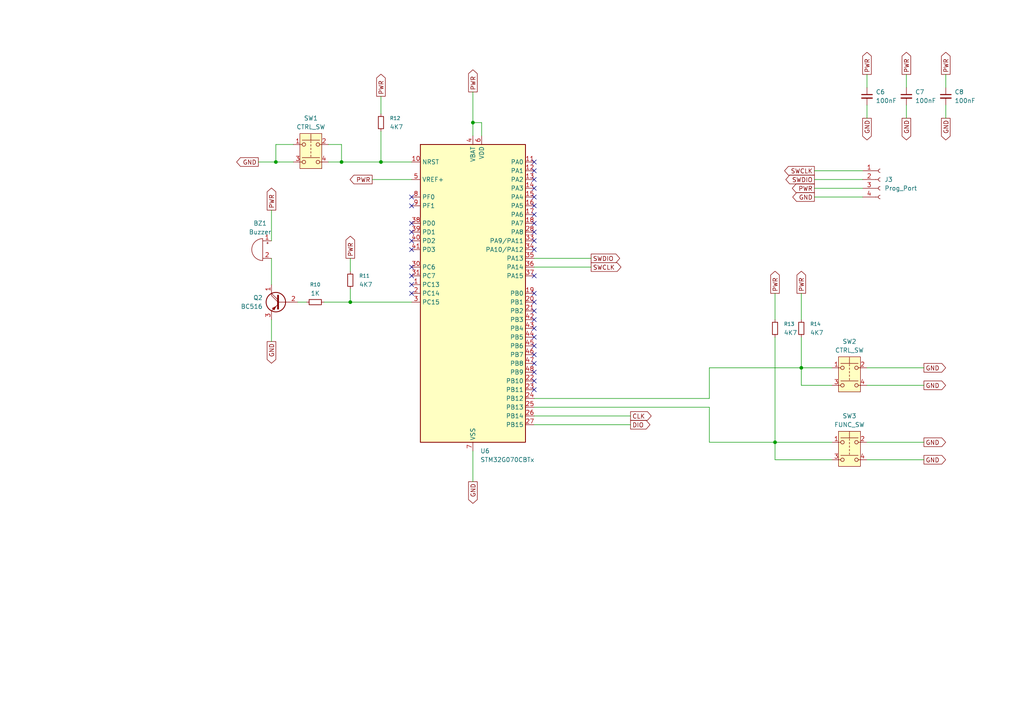
<source format=kicad_sch>
(kicad_sch (version 20250114) (generator "eeschema") (generator_version "9.0")
  (paper "A4")
  (lib_symbols
    (symbol "Connector:Conn_01x04_Socket" (pin_names (offset 1.016) (hide yes))
      (property "Reference" "J" (at 0 5.08 0))
      (property "Value" "Conn_01x04_Socket" (at 0 -7.62 0))
      (symbol "Conn_01x04_Socket_1_1"
        (polyline (pts (xy -1.27 2.54) (xy -0.508 2.54)) (stroke (width 0.1524)))
        (polyline (pts (xy -1.27 0) (xy -0.508 0)) (stroke (width 0.1524)))
        (polyline (pts (xy -1.27 -2.54) (xy -0.508 -2.54)) (stroke (width 0.1524)))
        (polyline (pts (xy -1.27 -5.08) (xy -0.508 -5.08)) (stroke (width 0.1524)))
        (arc (start 0 2.032) (mid -0.5058 2.54) (end 0 3.048) (stroke (width 0.1524)))
        (arc (start 0 -0.508) (mid -0.5058 0) (end 0 0.508) (stroke (width 0.1524)))
        (arc (start 0 -3.048) (mid -0.5058 -2.54) (end 0 -2.032) (stroke (width 0.1524)))
        (arc (start 0 -5.588) (mid -0.5058 -5.08) (end 0 -4.572) (stroke (width 0.1524)))
        (pin passive line (at -5.08 2.54 0) (length 3.81) (name "Pin_1") (number "1"))
        (pin passive line (at -5.08 0 0) (length 3.81) (name "Pin_2") (number "2"))
        (pin passive line (at -5.08 -2.54 0) (length 3.81) (name "Pin_3") (number "3"))
        (pin passive line (at -5.08 -5.08 0) (length 3.81) (name "Pin_4") (number "4"))
      )
    )
    (symbol "Device:Buzzer" (pin_names (offset 0.0254) (hide yes))
      (property "Reference" "BZ" (at 3.81 1.27 0))
      (property "Value" "Buzzer" (at 3.81 -1.27 0))
      (symbol "Buzzer_0_1"
        (polyline (pts (xy -1.651 1.905) (xy -1.143 1.905)))
        (polyline (pts (xy -1.397 2.159) (xy -1.397 1.651)))
        (arc (start 0 3.175) (mid 3.1612 0) (end 0 -3.175))
        (polyline (pts (xy 0 3.175) (xy 0 -3.175)))
      )
      (symbol "Buzzer_1_1"
        (pin passive line (at -2.54 2.54 0) (length 2.54) (name "+") (number "1"))
        (pin passive line (at -2.54 -2.54 0) (length 2.54) (name "-") (number "2"))
      )
    )
    (symbol "Device:C_Small" (pin_numbers (hide yes)) (pin_names (offset 0.254) (hide yes))
      (property "Reference" "C" (at 0.254 1.778 0))
      (property "Value" "C_Small" (at 0.254 -2.032 0))
      (symbol "C_Small_0_1"
        (polyline (pts (xy -1.524 0.508) (xy 1.524 0.508)) (stroke (width 0.3048)))
        (polyline (pts (xy -1.524 -0.508) (xy 1.524 -0.508)) (stroke (width 0.3302)))
      )
      (symbol "C_Small_1_1"
        (pin passive line (at 0 2.54 270) (length 2.032) (name "~") (number "1"))
        (pin passive line (at 0 -2.54 90) (length 2.032) (name "~") (number "2"))
      )
    )
    (symbol "Device:R_Small" (pin_numbers (hide yes)) (pin_names (offset 0.254) (hide yes))
      (property "Reference" "R" (at 0 0 90))
      (property "Value" "R_Small" (at 1.778 0 90))
      (symbol "R_Small_0_1"
        (rectangle (start -0.762 1.778) (end 0.762 -1.778) (stroke (width 0.2032)))
      )
      (symbol "R_Small_1_1"
        (pin passive line (at 0 2.54 270) (length 0.762) (name "~") (number "1"))
        (pin passive line (at 0 -2.54 90) (length 0.762) (name "~") (number "2"))
      )
    )
    (symbol "MCU_ST_STM32G0:STM32G070CBTx"
      (property "Reference" "U" (at -15.24 44.45 0))
      (property "Value" "STM32G070CBTx" (at 5.08 44.45 0))
      (symbol "STM32G070CBTx_0_1"
        (rectangle (start -15.24 -43.18) (end 15.24 43.18) (stroke (width 0.254)) (fill (type background)))
      )
      (symbol "STM32G070CBTx_1_1"
        (pin input line (at -17.78 38.1 0) (length 2.54) (name "NRST") (number "10"))
        (pin input line (at -17.78 33.02 0) (length 2.54) (name "VREF+") (number "5"))
        (pin bidirectional line (at -17.78 27.94 0) (length 2.54) (name "PF0") (number "8"))
        (pin bidirectional line (at -17.78 25.4 0) (length 2.54) (name "PF1") (number "9"))
        (pin bidirectional line (at -17.78 20.32 0) (length 2.54) (name "PD0") (number "38"))
        (pin bidirectional line (at -17.78 17.78 0) (length 2.54) (name "PD1") (number "39"))
        (pin bidirectional line (at -17.78 15.24 0) (length 2.54) (name "PD2") (number "40"))
        (pin bidirectional line (at -17.78 12.7 0) (length 2.54) (name "PD3") (number "41"))
        (pin bidirectional line (at -17.78 7.62 0) (length 2.54) (name "PC6") (number "30"))
        (pin bidirectional line (at -17.78 5.08 0) (length 2.54) (name "PC7") (number "31"))
        (pin bidirectional line (at -17.78 2.54 0) (length 2.54) (name "PC13") (number "1"))
        (pin bidirectional line (at -17.78 0 0) (length 2.54) (name "PC14") (number "2"))
        (pin bidirectional line (at -17.78 -2.54 0) (length 2.54) (name "PC15") (number "3"))
        (pin no_connect line (at -15.24 -40.64 0) (length 2.54) (hide yes) (name "NC/PA10") (number "32"))
        (pin no_connect line (at -15.24 -43.18 0) (length 2.54) (hide yes) (name "NC/PA9") (number "29"))
        (pin power_in line (at 0 45.72 270) (length 2.54) (name "VBAT") (number "4"))
        (pin power_in line (at 0 -45.72 90) (length 2.54) (name "VSS") (number "7"))
        (pin power_in line (at 2.54 45.72 270) (length 2.54) (name "VDD") (number "6"))
        (pin bidirectional line (at 17.78 38.1 180) (length 2.54) (name "PA0") (number "11"))
        (pin bidirectional line (at 17.78 35.56 180) (length 2.54) (name "PA1") (number "12"))
        (pin bidirectional line (at 17.78 33.02 180) (length 2.54) (name "PA2") (number "13"))
        (pin bidirectional line (at 17.78 30.48 180) (length 2.54) (name "PA3") (number "14"))
        (pin bidirectional line (at 17.78 27.94 180) (length 2.54) (name "PA4") (number "15"))
        (pin bidirectional line (at 17.78 25.4 180) (length 2.54) (name "PA5") (number "16"))
        (pin bidirectional line (at 17.78 22.86 180) (length 2.54) (name "PA6") (number "17"))
        (pin bidirectional line (at 17.78 20.32 180) (length 2.54) (name "PA7") (number "18"))
        (pin bidirectional line (at 17.78 17.78 180) (length 2.54) (name "PA8") (number "28"))
        (pin bidirectional line (at 17.78 15.24 180) (length 2.54) (name "PA9/PA11") (number "33"))
        (pin bidirectional line (at 17.78 12.7 180) (length 2.54) (name "PA10/PA12") (number "34"))
        (pin bidirectional line (at 17.78 10.16 180) (length 2.54) (name "PA13") (number "35"))
        (pin bidirectional line (at 17.78 7.62 180) (length 2.54) (name "PA14") (number "36"))
        (pin bidirectional line (at 17.78 5.08 180) (length 2.54) (name "PA15") (number "37"))
        (pin bidirectional line (at 17.78 0 180) (length 2.54) (name "PB0") (number "19"))
        (pin bidirectional line (at 17.78 -2.54 180) (length 2.54) (name "PB1") (number "20"))
        (pin bidirectional line (at 17.78 -5.08 180) (length 2.54) (name "PB2") (number "21"))
        (pin bidirectional line (at 17.78 -7.62 180) (length 2.54) (name "PB3") (number "42"))
        (pin bidirectional line (at 17.78 -10.16 180) (length 2.54) (name "PB4") (number "43"))
        (pin bidirectional line (at 17.78 -12.7 180) (length 2.54) (name "PB5") (number "44"))
        (pin bidirectional line (at 17.78 -15.24 180) (length 2.54) (name "PB6") (number "45"))
        (pin bidirectional line (at 17.78 -17.78 180) (length 2.54) (name "PB7") (number "46"))
        (pin bidirectional line (at 17.78 -20.32 180) (length 2.54) (name "PB8") (number "47"))
        (pin bidirectional line (at 17.78 -22.86 180) (length 2.54) (name "PB9") (number "48"))
        (pin bidirectional line (at 17.78 -25.4 180) (length 2.54) (name "PB10") (number "22"))
        (pin bidirectional line (at 17.78 -27.94 180) (length 2.54) (name "PB11") (number "23"))
        (pin bidirectional line (at 17.78 -30.48 180) (length 2.54) (name "PB12") (number "24"))
        (pin bidirectional line (at 17.78 -33.02 180) (length 2.54) (name "PB13") (number "25"))
        (pin bidirectional line (at 17.78 -35.56 180) (length 2.54) (name "PB14") (number "26"))
        (pin bidirectional line (at 17.78 -38.1 180) (length 2.54) (name "PB15") (number "27"))
      )
    )
    (symbol "Switch:SW_Push_Dual" (pin_names (offset 1.016) (hide yes))
      (property "Reference" "SW" (at 0 7.62 0))
      (property "Value" "SW_Push_Dual" (at 0 -6.35 0))
      (symbol "SW_Push_Dual_0_1"
        (circle (center -2.032 2.54) (radius 0.508))
        (circle (center -2.032 -2.54) (radius 0.508))
        (polyline (pts (xy 0 3.81) (xy 0 5.588)))
        (polyline (pts (xy 0 3.048) (xy 0 3.556)))
        (polyline (pts (xy 0 2.032) (xy 0 2.54)))
        (polyline (pts (xy 0 1.016) (xy 0 1.524)))
        (polyline (pts (xy 0 0.508) (xy 0 0)))
        (polyline (pts (xy 0 -0.508) (xy 0 -1.016)))
        (circle (center 2.032 2.54) (radius 0.508))
        (circle (center 2.032 -2.54) (radius 0.508))
        (polyline (pts (xy 2.54 3.81) (xy -2.54 3.81)))
        (polyline (pts (xy 2.54 -1.27) (xy -2.54 -1.27)))
        (pin passive line (at -5.08 2.54 0) (length 2.54) (name "1") (number "1"))
        (pin passive line (at -5.08 -2.54 0) (length 2.54) (name "3") (number "3"))
        (pin passive line (at 5.08 2.54 180) (length 2.54) (name "2") (number "2"))
        (pin passive line (at 5.08 -2.54 180) (length 2.54) (name "4") (number "4"))
      )
      (symbol "SW_Push_Dual_1_1"
        (rectangle (start -3.175 5.715) (end 3.175 -4.445) (fill (type background)))
      )
    )
    (symbol "Transistor_BJT:BC516" (pin_names (offset 0) (hide yes))
      (property "Reference" "Q" (at 5.08 1.905 0))
      (property "Value" "BC516" (at 5.08 0 0))
      (symbol "BC516_0_1"
        (polyline (pts (xy -2.54 0) (xy 0.635 0)))
        (polyline (pts (xy 0.635 1.905) (xy 0.635 -1.905)) (stroke (width 0.508)))
        (polyline (pts (xy 0.635 0.635) (xy 2.54 2.54)))
        (polyline (pts (xy 0.635 0) (xy 2.54 1.905) (xy 2.54 2.54)))
        (polyline (pts (xy 0.635 -0.635) (xy 2.54 -2.54)))
        (circle (center 1.27 0) (radius 2.8194) (stroke (width 0.254)))
        (polyline (pts (xy 2.286 -1.778) (xy 1.778 -2.286) (xy 1.27 -1.27) (xy 2.286 -1.778)) (fill (type outline)))
      )
      (symbol "BC516_1_1"
        (pin input line (at -5.08 0 0) (length 2.54) (name "B") (number "2"))
        (pin passive line (at 2.54 5.08 270) (length 2.54) (name "C") (number "1"))
        (pin passive line (at 2.54 -5.08 90) (length 2.54) (name "E") (number "3"))
      )
    )
  )
  (junction (at 99.06 46.99))
  (junction (at 101.6 87.63))
  (junction (at 80.01 46.99))
  (junction (at 137.16 35.56))
  (junction (at 110.49 46.99))
  (junction (at 224.79 128.27))
  (junction (at 232.41 106.68))
  (no_connect (at 154.94 85.09))
  (no_connect (at 154.94 52.07))
  (no_connect (at 154.94 97.79))
  (no_connect (at 154.94 87.63))
  (no_connect (at 119.38 69.85))
  (no_connect (at 154.94 105.41))
  (no_connect (at 119.38 57.15))
  (no_connect (at 154.94 80.01))
  (no_connect (at 154.94 72.39))
  (no_connect (at 154.94 107.95))
  (no_connect (at 154.94 62.23))
  (no_connect (at 119.38 72.39))
  (no_connect (at 154.94 69.85))
  (no_connect (at 154.94 59.69))
  (no_connect (at 154.94 90.17))
  (no_connect (at 154.94 46.99))
  (no_connect (at 119.38 59.69))
  (no_connect (at 154.94 67.31))
  (no_connect (at 119.38 67.31))
  (no_connect (at 154.94 95.25))
  (no_connect (at 154.94 110.49))
  (no_connect (at 154.94 64.77))
  (no_connect (at 119.38 77.47))
  (no_connect (at 154.94 49.53))
  (no_connect (at 154.94 57.15))
  (no_connect (at 119.38 85.09))
  (no_connect (at 154.94 92.71))
  (no_connect (at 154.94 102.87))
  (no_connect (at 154.94 100.33))
  (no_connect (at 119.38 82.55))
  (no_connect (at 154.94 54.61))
  (no_connect (at 119.38 80.01))
  (no_connect (at 154.94 113.03))
  (no_connect (at 119.38 64.77))
  (wire (pts (xy 74.93 46.99) (xy 80.01 46.99)))
  (wire (pts (xy 262.89 21.59) (xy 262.89 25.4)))
  (wire (pts (xy 78.74 74.93) (xy 78.74 82.55)))
  (wire (pts (xy 119.38 87.63) (xy 101.6 87.63)))
  (wire (pts (xy 251.46 133.35) (xy 267.97 133.35)))
  (wire (pts (xy 78.74 60.96) (xy 78.74 69.85)))
  (wire (pts (xy 110.49 27.94) (xy 110.49 33.02)))
  (wire (pts (xy 274.32 21.59) (xy 274.32 25.4)))
  (wire (pts (xy 154.94 120.65) (xy 182.88 120.65)))
  (wire (pts (xy 224.79 85.09) (xy 224.79 92.71)))
  (wire (pts (xy 93.98 87.63) (xy 101.6 87.63)))
  (wire (pts (xy 154.94 118.11) (xy 205.74 118.11)))
  (wire (pts (xy 154.94 123.19) (xy 182.88 123.19)))
  (wire (pts (xy 80.01 41.91) (xy 80.01 46.99)))
  (wire (pts (xy 236.22 49.53) (xy 250.19 49.53)))
  (wire (pts (xy 251.46 30.48) (xy 251.46 34.29)))
  (wire (pts (xy 232.41 111.76) (xy 232.41 106.68)))
  (wire (pts (xy 110.49 46.99) (xy 119.38 46.99)))
  (wire (pts (xy 78.74 92.71) (xy 78.74 99.06)))
  (wire (pts (xy 101.6 74.93) (xy 101.6 78.74)))
  (wire (pts (xy 137.16 35.56) (xy 137.16 39.37)))
  (wire (pts (xy 236.22 57.15) (xy 250.19 57.15)))
  (wire (pts (xy 205.74 118.11) (xy 205.74 128.27)))
  (wire (pts (xy 232.41 85.09) (xy 232.41 92.71)))
  (wire (pts (xy 205.74 128.27) (xy 224.79 128.27)))
  (wire (pts (xy 139.7 35.56) (xy 137.16 35.56)))
  (wire (pts (xy 236.22 54.61) (xy 250.19 54.61)))
  (wire (pts (xy 241.3 133.35) (xy 224.79 133.35)))
  (wire (pts (xy 205.74 115.57) (xy 205.74 106.68)))
  (wire (pts (xy 224.79 133.35) (xy 224.79 128.27)))
  (wire (pts (xy 154.94 74.93) (xy 171.45 74.93)))
  (wire (pts (xy 99.06 41.91) (xy 99.06 46.99)))
  (wire (pts (xy 251.46 128.27) (xy 267.97 128.27)))
  (wire (pts (xy 224.79 97.79) (xy 224.79 128.27)))
  (wire (pts (xy 236.22 52.07) (xy 250.19 52.07)))
  (wire (pts (xy 107.95 52.07) (xy 119.38 52.07)))
  (wire (pts (xy 137.16 26.67) (xy 137.16 35.56)))
  (wire (pts (xy 241.3 106.68) (xy 232.41 106.68)))
  (wire (pts (xy 205.74 106.68) (xy 232.41 106.68)))
  (wire (pts (xy 251.46 111.76) (xy 267.97 111.76)))
  (wire (pts (xy 154.94 115.57) (xy 205.74 115.57)))
  (wire (pts (xy 95.25 46.99) (xy 99.06 46.99)))
  (wire (pts (xy 95.25 41.91) (xy 99.06 41.91)))
  (wire (pts (xy 241.3 111.76) (xy 232.41 111.76)))
  (wire (pts (xy 99.06 46.99) (xy 110.49 46.99)))
  (wire (pts (xy 80.01 46.99) (xy 85.09 46.99)))
  (wire (pts (xy 274.32 30.48) (xy 274.32 34.29)))
  (wire (pts (xy 139.7 39.37) (xy 139.7 35.56)))
  (wire (pts (xy 110.49 38.1) (xy 110.49 46.99)))
  (wire (pts (xy 101.6 87.63) (xy 101.6 83.82)))
  (wire (pts (xy 251.46 106.68) (xy 267.97 106.68)))
  (wire (pts (xy 86.36 87.63) (xy 88.9 87.63)))
  (wire (pts (xy 232.41 106.68) (xy 232.41 97.79)))
  (wire (pts (xy 137.16 130.81) (xy 137.16 139.7)))
  (wire (pts (xy 154.94 77.47) (xy 171.45 77.47)))
  (wire (pts (xy 251.46 21.59) (xy 251.46 25.4)))
  (wire (pts (xy 224.79 128.27) (xy 241.3 128.27)))
  (wire (pts (xy 262.89 30.48) (xy 262.89 34.29)))
  (wire (pts (xy 85.09 41.91) (xy 80.01 41.91)))
  (global_label "GND" (shape output) (at 251.46 34.29 270) (property "Intersheetrefs" "${INTERSHEET_REFS}" (effects (hide yes))))
  (global_label "PWR" (shape output) (at 274.32 21.59 90) (property "Intersheetrefs" "${INTERSHEET_REFS}" (effects (hide yes))))
  (global_label "SWDIO" (shape output) (at 171.45 74.93 0) (property "Intersheetrefs" "${INTERSHEET_REFS}" (effects (hide yes))))
  (global_label "GND" (shape output) (at 78.74 99.06 270) (property "Intersheetrefs" "${INTERSHEET_REFS}" (effects (hide yes))))
  (global_label "PWR" (shape output) (at 251.46 21.59 90) (property "Intersheetrefs" "${INTERSHEET_REFS}" (effects (hide yes))))
  (global_label "GND" (shape output) (at 137.16 139.7 270) (property "Intersheetrefs" "${INTERSHEET_REFS}" (effects (hide yes))))
  (global_label "GND" (shape output) (at 267.97 106.68 0) (property "Intersheetrefs" "${INTERSHEET_REFS}" (effects (hide yes))))
  (global_label "GND" (shape output) (at 267.97 111.76 0) (property "Intersheetrefs" "${INTERSHEET_REFS}" (effects (hide yes))))
  (global_label "SWCLK" (shape output) (at 236.22 49.53 180) (property "Intersheetrefs" "${INTERSHEET_REFS}" (effects (hide yes))))
  (global_label "PWR" (shape output) (at 110.49 27.94 90) (property "Intersheetrefs" "${INTERSHEET_REFS}" (effects (hide yes))))
  (global_label "PWR" (shape output) (at 107.95 52.07 180) (property "Intersheetrefs" "${INTERSHEET_REFS}" (effects (hide yes))))
  (global_label "PWR" (shape output) (at 78.74 60.96 90) (property "Intersheetrefs" "${INTERSHEET_REFS}" (effects (hide yes))))
  (global_label "GND" (shape output) (at 274.32 34.29 270) (property "Intersheetrefs" "${INTERSHEET_REFS}" (effects (hide yes))))
  (global_label "GND" (shape output) (at 267.97 133.35 0) (property "Intersheetrefs" "${INTERSHEET_REFS}" (effects (hide yes))))
  (global_label "SWCLK" (shape output) (at 171.45 77.47 0) (property "Intersheetrefs" "${INTERSHEET_REFS}" (effects (hide yes))))
  (global_label "DIO" (shape output) (at 182.88 123.19 0) (property "Intersheetrefs" "${INTERSHEET_REFS}" (effects (hide yes))))
  (global_label "SWDIO" (shape output) (at 236.22 52.07 180) (property "Intersheetrefs" "${INTERSHEET_REFS}" (effects (hide yes))))
  (global_label "GND" (shape output) (at 74.93 46.99 180) (property "Intersheetrefs" "${INTERSHEET_REFS}" (effects (hide yes))))
  (global_label "GND" (shape output) (at 262.89 34.29 270) (property "Intersheetrefs" "${INTERSHEET_REFS}" (effects (hide yes))))
  (global_label "PWR" (shape output) (at 236.22 54.61 180) (property "Intersheetrefs" "${INTERSHEET_REFS}" (effects (hide yes))))
  (global_label "PWR" (shape output) (at 224.79 85.09 90) (property "Intersheetrefs" "${INTERSHEET_REFS}" (effects (hide yes))))
  (global_label "GND" (shape output) (at 267.97 128.27 0) (property "Intersheetrefs" "${INTERSHEET_REFS}" (effects (hide yes))))
  (global_label "PWR" (shape output) (at 101.6 74.93 90) (property "Intersheetrefs" "${INTERSHEET_REFS}" (effects (hide yes))))
  (global_label "PWR" (shape output) (at 232.41 85.09 90) (property "Intersheetrefs" "${INTERSHEET_REFS}" (effects (hide yes))))
  (global_label "CLK" (shape output) (at 182.88 120.65 0) (property "Intersheetrefs" "${INTERSHEET_REFS}" (effects (hide yes))))
  (global_label "GND" (shape output) (at 236.22 57.15 180) (property "Intersheetrefs" "${INTERSHEET_REFS}" (effects (hide yes))))
  (global_label "PWR" (shape output) (at 137.16 26.67 90) (property "Intersheetrefs" "${INTERSHEET_REFS}" (effects (hide yes))))
  (global_label "PWR" (shape output) (at 262.89 21.59 90) (property "Intersheetrefs" "${INTERSHEET_REFS}" (effects (hide yes))))
  (symbol (lib_id "Switch:SW_Push_Dual") (at 246.38 109.22 0) (unit 1)
    (property "Reference" "SW2" (at 246.38 99.06 0))
    (property "Value" "CTRL_SW" (at 246.38 101.6 0))
    (property "Footprint" "Button_Switch_THT:SW_Tactile_Straight_KSA0Axx1LFTR" (effects (hide yes)))
    (property "Description" "Push button switch, generic, symbol, four pins" (effects (hide yes)))
  )
  (symbol (lib_id "Device:C_Small") (at 274.32 27.94 0) (unit 1)
    (property "Reference" "C8" (at 276.86 26.6762 0) (effects (justify left)))
    (property "Value" "100nF" (at 276.86 29.2162 0) (effects (justify left)))
    (property "Footprint" "Capacitor_SMD:C_1206_3216Metric_Pad1.33x1.80mm_HandSolder" (effects (hide yes)))
    (property "Description" "Unpolarized capacitor, small symbol" (effects (hide yes)))
  )
  (symbol (lib_id "Device:R_Small") (at 232.41 95.25 180) (unit 1)
    (property "Reference" "R14" (at 234.95 93.9799 0) (effects (font (size 1.016 1.016)) (justify right)))
    (property "Value" "4K7" (at 234.95 96.5199 0) (effects (justify right)))
    (property "Footprint" "Resistor_SMD:R_1206_3216Metric_Pad1.30x1.75mm_HandSolder" (effects (hide yes)))
    (property "Description" "Resistor, small symbol" (effects (hide yes)))
  )
  (symbol (lib_id "Switch:SW_Push_Dual") (at 246.38 130.81 0) (unit 1)
    (property "Reference" "SW3" (at 246.38 120.65 0))
    (property "Value" "FUNC_SW" (at 246.38 123.19 0))
    (property "Footprint" "Button_Switch_THT:SW_Tactile_Straight_KSA0Axx1LFTR" (effects (hide yes)))
    (property "Description" "Push button switch, generic, symbol, four pins" (effects (hide yes)))
  )
  (symbol (lib_id "Connector:Conn_01x04_Socket") (at 255.27 52.07 0) (unit 1)
    (property "Reference" "J3" (at 256.54 52.0699 0) (effects (justify left)))
    (property "Value" "Prog_Port" (at 256.54 54.6099 0) (effects (justify left)))
    (property "Footprint" "Connector_PinHeader_2.54mm:PinHeader_1x04_P2.54mm_Vertical" (effects (hide yes)))
    (property "Description" "Generic connector, single row, 01x04, script generated" (effects (hide yes)))
  )
  (symbol (lib_id "MCU_ST_STM32G0:STM32G070CBTx") (at 137.16 85.09 0) (unit 1)
    (property "Reference" "U6" (at 139.3033 130.81 0) (effects (justify left)))
    (property "Value" "STM32G070CBTx" (at 139.3033 133.35 0) (effects (justify left)))
    (property "Footprint" "Package_QFP:LQFP-48_7x7mm_P0.5mm" (effects (hide yes)))
    (property "Datasheet" "https://www.st.com/resource/en/datasheet/stm32g070cb.pdf" (effects (hide yes)))
    (property "Description" "STMicroelectronics Arm Cortex-M0+ MCU, 128KB flash, 36KB RAM, 64 MHz, 2.0-3.6V, 43 GPIO, LQFP48" (effects (hide yes)))
  )
  (symbol (lib_id "Device:C_Small") (at 251.46 27.94 0) (unit 1)
    (property "Reference" "C6" (at 254 26.6762 0) (effects (justify left)))
    (property "Value" "100nF" (at 254 29.2162 0) (effects (justify left)))
    (property "Footprint" "Capacitor_SMD:C_1206_3216Metric_Pad1.33x1.80mm_HandSolder" (effects (hide yes)))
    (property "Description" "Unpolarized capacitor, small symbol" (effects (hide yes)))
  )
  (symbol (lib_id "Device:Buzzer") (at 76.2 72.39 0) (mirror y) (unit 1)
    (property "Reference" "BZ1" (at 75.4449 64.77 0))
    (property "Value" "Buzzer" (at 75.4449 67.31 0))
    (property "Footprint" "Buzzer_Beeper:Buzzer_D14mm_H7mm_P10mm" (effects (hide yes)))
    (property "Description" "Buzzer, polarized" (effects (hide yes)))
  )
  (symbol (lib_id "Switch:SW_Push_Dual") (at 90.17 44.45 0) (unit 1)
    (property "Reference" "SW1" (at 90.17 34.29 0))
    (property "Value" "CTRL_SW" (at 90.17 36.83 0))
    (property "Footprint" "Button_Switch_THT:SW_Tactile_Straight_KSA0Axx1LFTR" (effects (hide yes)))
    (property "Description" "Push button switch, generic, symbol, four pins" (effects (hide yes)))
  )
  (symbol (lib_id "Transistor_BJT:BC516") (at 81.28 87.63 0) (mirror y) (unit 1)
    (property "Reference" "Q2" (at 76.2 86.3599 0) (effects (justify left)))
    (property "Value" "BC516" (at 76.2 88.8999 0) (effects (justify left)))
    (property "Footprint" "Package_TO_SOT_THT:TO-92_Inline" (effects (hide yes)))
    (property "Datasheet" "https://www.onsemi.com/pub/Collateral/BC516-D.PDF" (effects (hide yes)))
    (property "Description" "1A Ic, 30V Vce, Darlington PNP Transistor, TO-92" (effects (hide yes)))
  )
  (symbol (lib_id "Device:R_Small") (at 224.79 95.25 180) (unit 1)
    (property "Reference" "R13" (at 227.33 93.9799 0) (effects (font (size 1.016 1.016)) (justify right)))
    (property "Value" "4K7" (at 227.33 96.5199 0) (effects (justify right)))
    (property "Footprint" "Resistor_SMD:R_1206_3216Metric_Pad1.30x1.75mm_HandSolder" (effects (hide yes)))
    (property "Description" "Resistor, small symbol" (effects (hide yes)))
  )
  (symbol (lib_id "Device:R_Small") (at 91.44 87.63 270) (unit 1)
    (property "Reference" "R10" (at 91.44 82.55 90) (effects (font (size 1.016 1.016))))
    (property "Value" "1K" (at 91.44 85.09 90))
    (property "Footprint" "Resistor_SMD:R_1206_3216Metric_Pad1.30x1.75mm_HandSolder" (effects (hide yes)))
    (property "Description" "Resistor, small symbol" (effects (hide yes)))
  )
  (symbol (lib_id "Device:C_Small") (at 262.89 27.94 0) (unit 1)
    (property "Reference" "C7" (at 265.43 26.6762 0) (effects (justify left)))
    (property "Value" "100nF" (at 265.43 29.2162 0) (effects (justify left)))
    (property "Footprint" "Capacitor_SMD:C_1206_3216Metric_Pad1.33x1.80mm_HandSolder" (effects (hide yes)))
    (property "Description" "Unpolarized capacitor, small symbol" (effects (hide yes)))
  )
  (symbol (lib_id "Device:R_Small") (at 110.49 35.56 180) (unit 1)
    (property "Reference" "R12" (at 113.03 34.2899 0) (effects (font (size 1.016 1.016)) (justify right)))
    (property "Value" "4K7" (at 113.03 36.8299 0) (effects (justify right)))
    (property "Footprint" "Resistor_SMD:R_1206_3216Metric_Pad1.30x1.75mm_HandSolder" (effects (hide yes)))
    (property "Description" "Resistor, small symbol" (effects (hide yes)))
  )
  (symbol (lib_id "Device:R_Small") (at 101.6 81.28 180) (unit 1)
    (property "Reference" "R11" (at 104.14 80.0099 0) (effects (font (size 1.016 1.016)) (justify right)))
    (property "Value" "4K7" (at 104.14 82.5499 0) (effects (justify right)))
    (property "Footprint" "Resistor_SMD:R_1206_3216Metric_Pad1.30x1.75mm_HandSolder" (effects (hide yes)))
    (property "Description" "Resistor, small symbol" (effects (hide yes)))
  )
)
</source>
